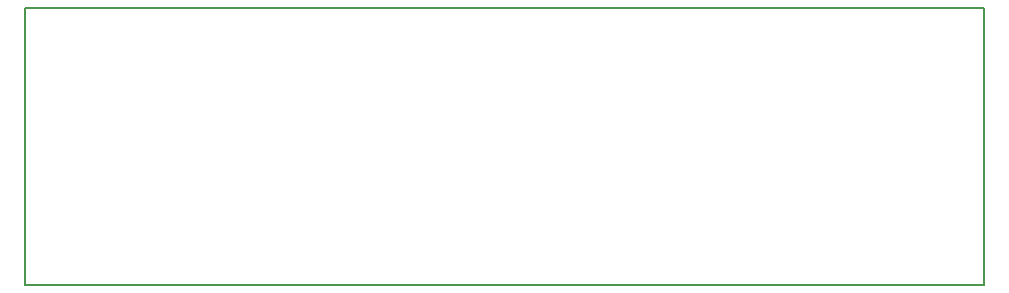
<source format=gko>
G04 Layer_Color=16711935*
%FSLAX25Y25*%
%MOIN*%
G70*
G01*
G75*
%ADD11C,0.00600*%
D11*
X319732Y0D02*
Y92520D01*
X0Y0D02*
X319732D01*
X0Y92520D02*
X319732D01*
X0Y0D02*
Y92520D01*
M02*

</source>
